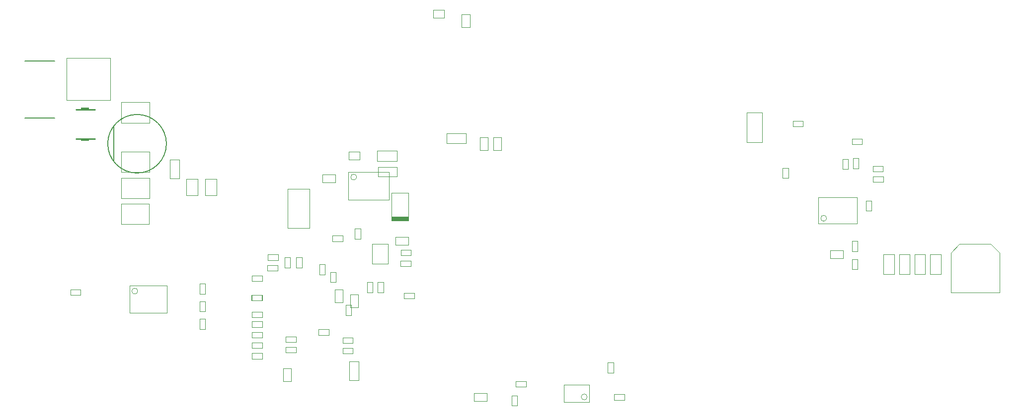
<source format=gbr>
%TF.GenerationSoftware,Altium Limited,Altium Designer,19.0.10 (269)*%
G04 Layer_Color=16711935*
%FSLAX26Y26*%
%MOIN*%
%TF.FileFunction,Other,Mechanical_13*%
%TF.Part,Single*%
G01*
G75*
%TA.AperFunction,NonConductor*%
%ADD81C,0.003937*%
%ADD83C,0.007874*%
%ADD84C,0.010000*%
%ADD148R,0.111811X0.025153*%
G36*
X504518Y2509845D02*
X451344D01*
Y2519600D01*
X504518D01*
Y2509845D01*
D02*
G37*
G36*
Y2724411D02*
X451360D01*
Y2734288D01*
X504518D01*
Y2724411D01*
D02*
G37*
D81*
X5452756Y1990158D02*
G03*
X5452756Y1990158I-19685J0D01*
G01*
X2299488Y2266963D02*
G03*
X2299488Y2266963I-19685J0D01*
G01*
X3846289Y789203D02*
G03*
X3846289Y789203I-19685J0D01*
G01*
X830709Y1500653D02*
G03*
X830709Y1500653I-19685J0D01*
G01*
X5397638Y1954725D02*
X5657480D01*
X5397638Y2131890D02*
X5657480D01*
X5397638Y1954725D02*
Y2131890D01*
X5657480Y1954725D02*
Y2131890D01*
X2113189Y1205709D02*
Y1243110D01*
X2044291Y1205709D02*
Y1243110D01*
Y1205709D02*
X2113189D01*
X2044291Y1243110D02*
X2113189D01*
X3216535Y2533307D02*
X3271653D01*
Y2446693D02*
Y2533307D01*
X3216535Y2446693D02*
X3271653D01*
X3216535D02*
Y2533307D01*
X3125984Y2535433D02*
X3181102D01*
Y2448819D02*
Y2535433D01*
X3125984Y2448819D02*
X3181102D01*
X3125984D02*
Y2535433D01*
X3032480Y2495079D02*
Y2560039D01*
X2904528Y2495079D02*
Y2560039D01*
X3032480D01*
X2904528Y2495079D02*
X3032480D01*
X5623031Y2487205D02*
X5691929D01*
X5623031Y2524606D02*
X5691929D01*
Y2487205D02*
Y2524606D01*
X5623031Y2487205D02*
Y2524606D01*
X2244370Y2113419D02*
Y2302396D01*
X2516024Y2113419D02*
Y2302396D01*
X2244370D02*
X2516024D01*
X2244370Y2113419D02*
X2516024D01*
X2160433Y1560039D02*
Y1628937D01*
X2123032Y1560039D02*
Y1628937D01*
X2160433D01*
X2123032Y1560039D02*
X2160433D01*
X5630256Y2323819D02*
Y2392717D01*
X5667658Y2323819D02*
Y2392717D01*
X5630256Y2323819D02*
X5667658D01*
X5630256Y2392717D02*
X5667658D01*
X5764764Y2233268D02*
Y2270669D01*
X5833661Y2233268D02*
Y2270669D01*
X5764764D02*
X5833661D01*
X5764764Y2233268D02*
X5833661D01*
X5762549Y2304301D02*
X5831447D01*
X5762549Y2341703D02*
X5831447D01*
Y2304301D02*
Y2341703D01*
X5762549Y2304301D02*
Y2341703D01*
X6344488Y1816929D02*
X6553150D01*
X6285433Y1757874D02*
X6344488Y1816929D01*
X6285433Y1490158D02*
Y1757874D01*
Y1490158D02*
X6612205D01*
Y1757874D01*
X6553150Y1816929D02*
X6612205Y1757874D01*
X5476378Y1719719D02*
Y1774837D01*
X5562992Y1719719D02*
Y1774837D01*
X5476378D02*
X5562992D01*
X5476378Y1719719D02*
X5562992D01*
X5623199Y1768868D02*
X5660600D01*
X5623199Y1837766D02*
X5660600D01*
X5623199Y1768868D02*
Y1837766D01*
X5660600Y1768868D02*
Y1837766D01*
X5661648Y1646653D02*
Y1715551D01*
X5624246Y1646653D02*
Y1715551D01*
X5661648D01*
X5624246Y1646653D02*
X5661648D01*
X5754921Y2040354D02*
Y2109252D01*
X5717520Y2040354D02*
Y2109252D01*
X5754921D01*
X5717520Y2040354D02*
X5754921D01*
X5559223Y2320315D02*
X5596624D01*
X5559223Y2389213D02*
X5596624D01*
X5559223Y2320315D02*
Y2389213D01*
X5596624Y2320315D02*
Y2389213D01*
X5195866Y2259852D02*
Y2328750D01*
X5158465Y2259852D02*
Y2328750D01*
X5195866D01*
X5158465Y2259852D02*
X5195866D01*
X5225394Y2644685D02*
X5294291D01*
X5225394Y2607284D02*
X5294291D01*
X5225394D02*
Y2644685D01*
X5294291Y2607284D02*
Y2644685D01*
X3985236Y1021063D02*
X4022638D01*
X3985236Y952165D02*
X4022638D01*
X3985236D02*
Y1021063D01*
X4022638Y952165D02*
Y1021063D01*
X3688809Y871880D02*
X3862037D01*
X3688809Y753770D02*
X3862037D01*
X3688809D02*
Y871880D01*
X3862037Y753770D02*
Y871880D01*
X3341299Y729551D02*
X3378701D01*
X3341299Y798449D02*
X3378701D01*
X3341299Y729551D02*
Y798449D01*
X3378701Y729551D02*
Y798449D01*
X3174260Y761250D02*
Y814400D01*
X3087646Y761250D02*
Y814400D01*
Y761250D02*
X3174260D01*
X3087646Y814400D02*
X3174260D01*
X2255905Y1389764D02*
Y1476378D01*
X2311024D01*
Y1389764D02*
Y1476378D01*
X2255905Y1389764D02*
X2311024D01*
X2205709Y1150926D02*
Y1188327D01*
X2274606Y1150926D02*
Y1188327D01*
X2205709Y1150926D02*
X2274606D01*
X2205709Y1188327D02*
X2274606D01*
X2205709Y1079892D02*
Y1117293D01*
X2274606Y1079892D02*
Y1117293D01*
X2205709Y1079892D02*
X2274606D01*
X2205709Y1117293D02*
X2274606D01*
X2248848Y900591D02*
Y1028543D01*
X2313809Y900591D02*
Y1028543D01*
X2248848Y900591D02*
X2313809D01*
X2248848Y1028543D02*
X2313809D01*
X1808071Y893701D02*
Y980315D01*
X1861220Y893701D02*
Y980315D01*
X1808071D02*
X1861220D01*
X1808071Y893701D02*
X1861220D01*
X1892717Y1086614D02*
Y1124016D01*
X1823819Y1086614D02*
Y1124016D01*
X1892717D01*
X1823819Y1086614D02*
X1892717D01*
X1823819Y1155994D02*
Y1193395D01*
X1892716Y1155994D02*
Y1193395D01*
X1823819Y1155994D02*
X1892716D01*
X1823819Y1193395D02*
X1892716D01*
X2443898Y2270669D02*
X2571850D01*
X2443898Y2335630D02*
X2571850D01*
X2443898Y2270669D02*
Y2335630D01*
X2571850Y2270669D02*
Y2335630D01*
X720472Y2631890D02*
Y2769685D01*
Y2631890D02*
X909449D01*
X720472Y2769685D02*
X909449D01*
Y2631890D02*
Y2769685D01*
X722047Y2299606D02*
Y2437402D01*
Y2299606D02*
X911024D01*
X722047Y2437402D02*
X911024D01*
Y2299606D02*
Y2437402D01*
X722047Y2123228D02*
Y2261024D01*
Y2123228D02*
X911024D01*
X722047Y2261024D02*
X911024D01*
Y2123228D02*
Y2261024D01*
X719291Y1950787D02*
Y2088583D01*
Y1950787D02*
X908268D01*
X719291Y2088583D02*
X908268D01*
Y1950787D02*
Y2088583D01*
X354331Y2782847D02*
Y3066311D01*
X645669Y2782847D02*
Y3066311D01*
X354331D02*
X645669D01*
X354331Y2782847D02*
X645669D01*
X1837707Y1923228D02*
X1983376D01*
X1837707Y2187008D02*
X1983376D01*
Y1923228D02*
Y2187008D01*
X1837707Y1923228D02*
Y2187008D01*
X1894685Y1658465D02*
Y1727362D01*
X1932087Y1658465D02*
Y1727362D01*
X1894685Y1658465D02*
X1932087D01*
X1894685Y1727362D02*
X1932087D01*
X1815945Y1658465D02*
Y1727362D01*
X1853347Y1658465D02*
Y1727362D01*
X1815945Y1658465D02*
X1853347D01*
X1815945Y1727362D02*
X1853347D01*
X1770502Y1637845D02*
Y1675246D01*
X1701604Y1637845D02*
Y1675246D01*
Y1637845D02*
X1770502D01*
X1701604Y1675246D02*
X1770502D01*
X1704724Y1708878D02*
X1773622D01*
X1704724Y1746280D02*
X1773622D01*
Y1708878D02*
Y1746280D01*
X1704724Y1708878D02*
Y1746280D01*
X2225394Y1337352D02*
Y1406250D01*
X2262795Y1337352D02*
Y1406250D01*
X2225394Y1337352D02*
X2262795D01*
X2225394Y1406250D02*
X2262795D01*
X2325786Y1851378D02*
Y1920276D01*
X2288385Y1851378D02*
Y1920276D01*
X2325786D01*
X2288385Y1851378D02*
X2325786D01*
X2137086Y1835630D02*
X2205984D01*
X2137086Y1873032D02*
X2205984D01*
Y1835630D02*
Y1873032D01*
X2137086Y1835630D02*
Y1873032D01*
X775591Y1354984D02*
Y1536086D01*
X1027559D01*
Y1354984D02*
Y1536086D01*
X775591Y1354984D02*
X1027559D01*
X1247047Y1481378D02*
Y1550276D01*
X1284449Y1481378D02*
Y1550276D01*
X1247047Y1481378D02*
X1284449D01*
X1247047Y1550276D02*
X1284449D01*
Y1363268D02*
Y1432165D01*
X1247047Y1363268D02*
Y1432165D01*
X1284449D01*
X1247047Y1363268D02*
X1284449D01*
Y1245157D02*
Y1314055D01*
X1247047Y1245157D02*
Y1314055D01*
X1284449D01*
X1247047Y1245157D02*
X1284449D01*
X1597441Y1566280D02*
X1666339D01*
X1597441Y1603681D02*
X1666339D01*
X1597441Y1566280D02*
Y1603681D01*
X1666339Y1566280D02*
Y1603681D01*
X1597441Y1437992D02*
X1666339D01*
X1597441Y1475393D02*
X1666339D01*
X1597441Y1437992D02*
Y1475393D01*
X1666339Y1437992D02*
Y1475393D01*
X1593504Y1475394D02*
X1662402D01*
X1593504Y1437992D02*
X1662402D01*
X1593504D02*
Y1475394D01*
X1662402Y1437992D02*
Y1475394D01*
X1597441Y1323819D02*
X1666339D01*
X1597441Y1361220D02*
X1666339D01*
X1597441Y1323819D02*
Y1361220D01*
X1666339Y1323819D02*
Y1361220D01*
X1597441Y1258858D02*
X1666339D01*
X1597441Y1296260D02*
X1666339D01*
X1597441Y1258858D02*
Y1296260D01*
X1666339Y1258858D02*
Y1296260D01*
X1597441Y1187825D02*
X1666339D01*
X1597441Y1225226D02*
X1666339D01*
X1597441Y1187825D02*
Y1225226D01*
X1666339Y1187825D02*
Y1225226D01*
X1597441Y1116791D02*
X1666339D01*
X1597441Y1154193D02*
X1666339D01*
X1597441Y1116791D02*
Y1154193D01*
X1666339Y1116791D02*
Y1154193D01*
X1597441Y1045758D02*
Y1083159D01*
X1666339Y1045758D02*
Y1083159D01*
X1597441D02*
X1666339D01*
X1597441Y1045758D02*
X1666339D01*
X447835Y1473425D02*
Y1510827D01*
X378937Y1473425D02*
X447835D01*
X378937Y1510827D02*
X447835D01*
X378937Y1473425D02*
Y1510827D01*
X2370896Y1561024D02*
X2408297D01*
X2370896Y1492126D02*
X2408297D01*
Y1561024D01*
X2370896Y1492126D02*
Y1561024D01*
X2441929Y1492126D02*
X2479331D01*
X2441929Y1561024D02*
X2479331D01*
X2441929Y1492126D02*
Y1561024D01*
X2479331Y1492126D02*
Y1561024D01*
X2686280Y1449803D02*
Y1487205D01*
X2617383Y1449803D02*
Y1487205D01*
Y1449803D02*
X2686280D01*
X2617383Y1487205D02*
X2686280D01*
X2560207Y1812175D02*
Y1865325D01*
X2646821Y1812175D02*
Y1865325D01*
X2560207D02*
X2646821D01*
X2560207Y1812175D02*
X2646821D01*
X2593918Y1705709D02*
X2662815D01*
X2593918Y1668307D02*
X2662815D01*
Y1705709D01*
X2593918Y1668307D02*
Y1705709D01*
X2595472Y1741142D02*
Y1778543D01*
X2664370Y1741142D02*
Y1778543D01*
X2595472Y1741142D02*
X2664370D01*
X2595472Y1778543D02*
X2664370D01*
X3367126Y857677D02*
Y895079D01*
X3436024Y857677D02*
Y895079D01*
X3367126Y857677D02*
X3436024D01*
X3367126Y895079D02*
X3436024D01*
X4917323Y2499410D02*
Y2700197D01*
X5019685Y2499410D02*
Y2700197D01*
X4917323D02*
X5019685D01*
X4917323Y2499410D02*
X5019685D01*
X1284331Y2145669D02*
Y2255905D01*
X1359134D01*
X1284331Y2145669D02*
X1359134D01*
Y2255905D01*
X1158346Y2145669D02*
Y2255905D01*
X1233149D01*
X1158346Y2145669D02*
X1233149D01*
Y2255905D01*
X1045473Y2256496D02*
X1110433D01*
Y2384449D01*
X1045473D02*
X1110433D01*
X1045473Y2256496D02*
Y2384449D01*
X2157480Y2232284D02*
Y2285433D01*
X2070866Y2232284D02*
Y2285433D01*
X2157480D01*
X2070866Y2232284D02*
X2157480D01*
X2153543Y1425197D02*
X2208661D01*
Y1511811D01*
X2153543D02*
X2208661D01*
X2153543Y1425197D02*
Y1511811D01*
X2570866Y2374016D02*
Y2444882D01*
X2437008Y2374016D02*
Y2444882D01*
X2570866D01*
X2437008Y2374016D02*
X2570866D01*
X2646457Y1973425D02*
Y2160433D01*
X2534646Y1973425D02*
Y2160433D01*
Y1973425D02*
X2646457D01*
X2534646Y2160433D02*
X2646457D01*
X2248032Y2382874D02*
X2318898D01*
X2248032Y2436024D02*
X2318898D01*
X2248032Y2382874D02*
Y2436024D01*
X2318898Y2382874D02*
Y2436024D01*
X2403543Y1685039D02*
X2509843D01*
X2403543Y1818898D02*
X2509843D01*
Y1685039D02*
Y1818898D01*
X2403543Y1685039D02*
Y1818898D01*
X4097441Y768701D02*
Y806102D01*
X4028543Y768701D02*
Y806102D01*
Y768701D02*
X4097441D01*
X4028543Y806102D02*
X4097441D01*
X5834646Y1614173D02*
X5905512D01*
X5834646Y1748031D02*
X5905512D01*
X5834646Y1614173D02*
Y1748031D01*
X5905512Y1614173D02*
Y1748031D01*
X5939144Y1614173D02*
X6010010D01*
X5939144Y1748031D02*
X6010010D01*
X5939144Y1614173D02*
Y1748031D01*
X6010010Y1614173D02*
Y1748031D01*
X6043642Y1614173D02*
X6114508D01*
X6043642Y1748031D02*
X6114508D01*
X6043642Y1614173D02*
Y1748031D01*
X6114508Y1614173D02*
Y1748031D01*
X6148140Y1614173D02*
X6219006D01*
X6148140Y1748031D02*
X6219006D01*
X6148140Y1614173D02*
Y1748031D01*
X6219006Y1614173D02*
Y1748031D01*
X3059055Y3275590D02*
Y3362205D01*
X3003937Y3275590D02*
Y3362205D01*
X3059055D01*
X3003937Y3275590D02*
X3059055D01*
X2885827Y3336417D02*
Y3389567D01*
X2814961Y3336417D02*
Y3389567D01*
Y3336417D02*
X2885827D01*
X2814961Y3389567D02*
X2885827D01*
X2049213Y1611509D02*
X2086614D01*
X2049213Y1680407D02*
X2086614D01*
X2049213Y1611509D02*
Y1680407D01*
X2086614Y1611509D02*
Y1680407D01*
D83*
X1023622Y2491340D02*
G03*
X1023622Y2491340I-196850J0D01*
G01*
X74606Y2664055D02*
X272638D01*
X74606Y3046968D02*
X272638D01*
X74606D02*
X272638D01*
X74606Y2664055D02*
X272638D01*
X669291Y2373230D02*
Y2609451D01*
D84*
X415777Y2720474D02*
X542077D01*
X415777D02*
X542077D01*
X415777Y2523624D02*
X542077D01*
X415777D02*
X542077D01*
D148*
X2590551Y1985993D02*
D03*
%TF.MD5,a0a0b001ac4d0aef7c2d9b6f1a2f73ec*%
M02*

</source>
